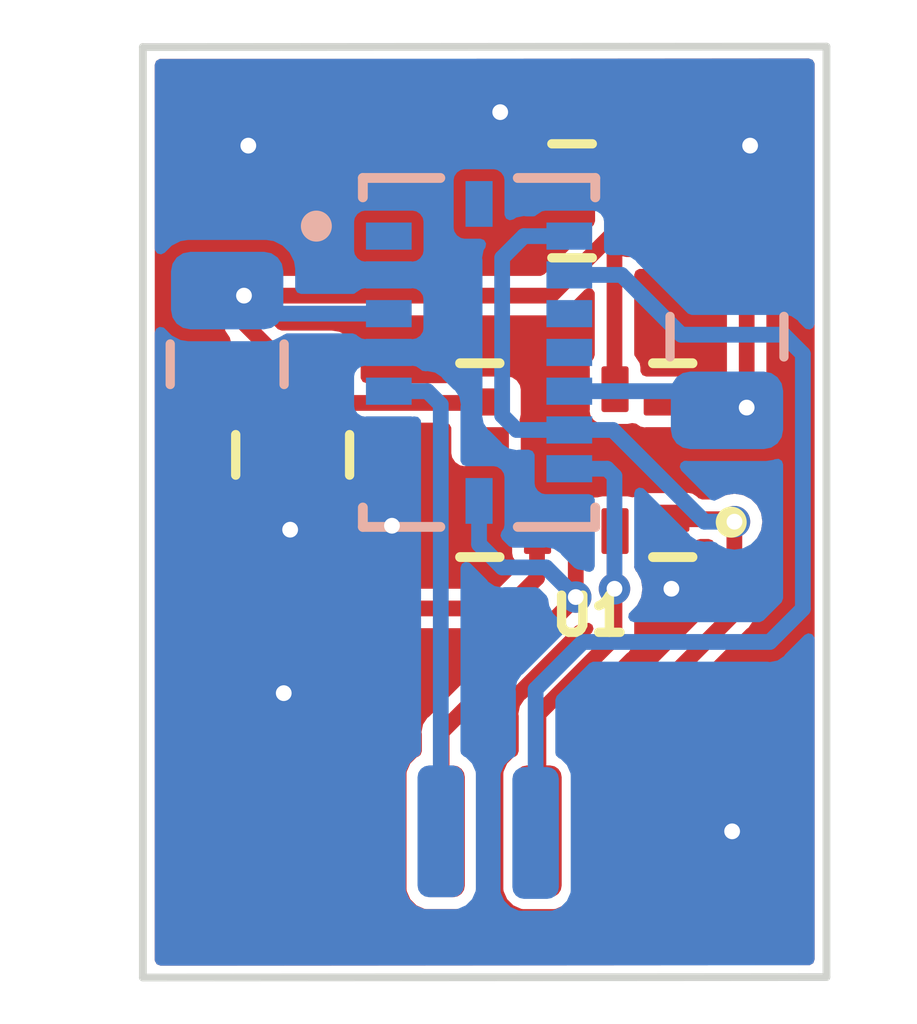
<source format=kicad_pcb>
(kicad_pcb (version 20221018) (generator pcbnew)
  (title_block (date "2023-06-14"))
  (layers (0 "F.Cu" signal) (31 "B.Cu" signal) (34 "B.Paste" user) (35 "F.Paste" user) (36 "B.SilkS" user "B.Silkscreen") (37 "F.SilkS" user "F.Silkscreen") (38 "B.Mask" user) (39 "F.Mask" user) (44 "Edge.Cuts" user))
  (net 0 "")
  (net 1 "+3.3V")
  (net 2 "GND")
  (net 3 "/spi_cs")
  (net 4 "/spi_clk")
  (net 5 "/spi_mosi")
  (net 6 "/spi_miso")
  (net 12 "/IO1")
  (net 14 "/IO2")
  (footprint "Capacitor_SMD:C_0805_2012Metric" (layer "F.Cu") (at 50.661 55.474 -90)
    (fp_text reference "C1" hide)
    (fp_text value "0.1uF")
    (fp_line (start -0.261252 -0.735) (end 0.261252 -0.735) (stroke (width 0.12)) (layer "F.SilkS"))
    (fp_line (start -0.261252 0.735) (end 0.261252 0.735) (stroke (width 0.12)) (layer "F.SilkS"))
    (pad "1" smd roundrect (at -0.95 0 270) (size 1 1.45) (layers "F.Cu" "F.Paste" "F.Mask") (net 1 "+3.3V"))
    (pad "2" smd roundrect (at 0.95 0 270) (size 1 1.45) (layers "F.Cu" "F.Paste" "F.Mask") (net 2 "GND"))
  )
  (footprint "ICM-42688-P:ICM-42688-P" (layer "F.Cu") (at 54.322 55.542 180)
    (fp_text reference "U1" (at -0.176 -2.0048) (layer "F.SilkS") (effects (font (size 0.48 0.48))))
    (fp_text value "ICM-42688-P")
    (fp_line (start -1.5 -1.25) (end -0.99 -1.25) (stroke (width 0.127)) (layer "F.SilkS"))
    (fp_line (start -1.5 1.25) (end -0.99 1.25) (stroke (width 0.127)) (layer "F.SilkS"))
    (fp_line (start 0.99 -1.25) (end 1.5 -1.25) (stroke (width 0.127)) (layer "F.SilkS"))
    (fp_line (start 1.5 1.25) (end 0.99 1.25) (stroke (width 0.127)) (layer "F.SilkS"))
    (fp_circle (center -2 -0.8) (end -1.9 -0.8) (stroke (width 0.2)) (fill none) (layer "F.SilkS"))
    (pad "1" smd roundrect (at -1.165 -0.75 180) (size 0.59 0.35) (layers "F.Cu" "F.Paste") (roundrect_rratio 0.09) (net 6 "/spi_miso"))
    (pad "2" smd roundrect (at -1.165 -0.25 180) (size 0.59 0.35) (layers "F.Cu" "F.Paste") (roundrect_rratio 0.09) (net 2 "GND"))
    (pad "3" smd roundrect (at -1.165 0.25 180) (size 0.59 0.35) (layers "F.Cu" "F.Paste") (roundrect_rratio 0.09) (net 2 "GND"))
    (pad "4" smd roundrect (at -1.165 0.75 180) (size 0.59 0.35) (layers "F.Cu" "F.Paste") (roundrect_rratio 0.09))
    (pad "5" smd roundrect (at -0.5 0.915 270) (size 0.59 0.35) (layers "F.Cu" "F.Paste") (roundrect_rratio 0.09) (net 1 "+3.3V"))
    (pad "6" smd roundrect (at 0 0.915 270) (size 0.59 0.35) (layers "F.Cu" "F.Paste") (roundrect_rratio 0.09) (net 2 "GND"))
    (pad "7" smd roundrect (at 0.5 0.915 270) (size 0.59 0.35) (layers "F.Cu" "F.Paste") (roundrect_rratio 0.09) (net 2 "GND"))
    (pad "8" smd roundrect (at 1.165 0.75) (size 0.59 0.35) (layers "F.Cu" "F.Paste") (roundrect_rratio 0.09) (net 1 "+3.3V"))
    (pad "9" smd roundrect (at 1.165 0.25) (size 0.59 0.35) (layers "F.Cu" "F.Paste") (roundrect_rratio 0.09))
    (pad "10" smd roundrect (at 1.165 -0.25) (size 0.59 0.35) (layers "F.Cu" "F.Paste") (roundrect_rratio 0.09) (net 2 "GND"))
    (pad "11" smd roundrect (at 1.165 -0.75) (size 0.59 0.35) (layers "F.Cu" "F.Paste") (roundrect_rratio 0.09) (net 2 "GND"))
    (pad "12" smd roundrect (at 0.5 -0.915 90) (size 0.59 0.35) (layers "F.Cu" "F.Paste") (roundrect_rratio 0.09) (net 3 "/spi_cs"))
    (pad "13" smd roundrect (at 0 -0.915 90) (size 0.59 0.35) (layers "F.Cu" "F.Paste") (roundrect_rratio 0.09) (net 4 "/spi_clk"))
    (pad "14" smd roundrect (at -0.5 -0.915 90) (size 0.59 0.35) (layers "F.Cu" "F.Paste") (roundrect_rratio 0.09) (net 5 "/spi_mosi"))
  )
  (footprint "" (layer "F.Cu") (at 53.8336 60.3292)
    (fp_text reference "" (at 0 0) (layer "F.SilkS") (effects (font (size 1.27 1.27))))
    (fp_text value "" (at 0 0) (layer "F.SilkS") (effects (font (size 1.27 1.27))))
    (pad "4" smd roundrect (at 0 0) (size 0.6 1.7) (layers "F.Cu" "F.Paste" "F.Mask") (net 5 "/spi_mosi"))
  )
  (footprint "" (layer "F.Cu") (at 50.0836 60.3292)
    (fp_text reference "" (at 0 0) (layer "F.SilkS") (effects (font (size 1.27 1.27))))
    (fp_text value "" (at 0 0) (layer "F.SilkS") (effects (font (size 1.27 1.27))))
    (pad "1" smd roundrect (at 0 0) (size 0.6 1.7) (layers "F.Cu" "F.Paste" "F.Mask") (net 1 "+3.3V"))
  )
  (footprint "" (layer "F.Cu") (at 51.3336 60.3292)
    (fp_text reference "" (at 0 0) (layer "F.SilkS") (effects (font (size 1.27 1.27))))
    (fp_text value "" (at 0 0) (layer "F.SilkS") (effects (font (size 1.27 1.27))))
    (pad "2" smd roundrect (at 0 0) (size 0.6 1.7) (layers "F.Cu" "F.Paste" "F.Mask") (net 3 "/spi_cs"))
  )
  (footprint "" (layer "F.Cu") (at 52.5836 60.3292)
    (fp_text reference "" (at 0 0) (layer "F.SilkS") (effects (font (size 1.27 1.27))))
    (fp_text value "" (at 0 0) (layer "F.SilkS") (effects (font (size 1.27 1.27))))
    (pad "3" smd roundrect (at 0 0) (size 0.6 1.7) (layers "F.Cu" "F.Paste" "F.Mask") (net 4 "/spi_clk"))
  )
  (footprint "" (layer "F.Cu") (at 55.0836 60.3292)
    (fp_text reference "" (at 0 0) (layer "F.SilkS") (effects (font (size 1.27 1.27))))
    (fp_text value "" (at 0 0) (layer "F.SilkS") (effects (font (size 1.27 1.27))))
    (pad "5" smd roundrect (at 0 0) (size 0.6 1.7) (layers "F.Cu" "F.Paste" "F.Mask") (net 6 "/spi_miso"))
  )
  (footprint "Capacitor_SMD:C_0805_2012Metric" (layer "F.Cu") (at 54.2678 52.1974 180)
    (fp_text reference "C2" hide)
    (fp_text value "0.1uF")
    (fp_line (start -0.261252 -0.735) (end 0.261252 -0.735) (stroke (width 0.12)) (layer "F.SilkS"))
    (fp_line (start -0.261252 0.735) (end 0.261252 0.735) (stroke (width 0.12)) (layer "F.SilkS"))
    (pad "1" smd roundrect (at -0.95 0 180) (size 1 1.45) (layers "F.Cu" "F.Paste" "F.Mask") (net 1 "+3.3V"))
    (pad "2" smd roundrect (at 0.95 0 180) (size 1 1.45) (layers "F.Cu" "F.Paste" "F.Mask") (net 2 "GND"))
  )
  (footprint "" (layer "F.Cu") (at 56.3336 60.3292)
    (fp_text reference "" (at 0 0) (layer "F.SilkS") (effects (font (size 1.27 1.27))))
    (fp_text value "" (at 0 0) (layer "F.SilkS") (effects (font (size 1.27 1.27))))
    (pad "6" smd roundrect (at 0 0) (size 0.6 1.7) (layers "F.Cu" "F.Paste" "F.Mask") (net 2 "GND"))
  )
  (footprint "" (layer "B.Cu") (at 53.7972 60.3504 180)
    (fp_text reference "" (at 0 0) (layer "B.SilkS") (effects (font (size 1.27 1.27)) (justify mirror)))
    (fp_text value "" (at 0 0) (layer "B.SilkS") (effects (font (size 1.27 1.27)) (justify mirror)))
    (pad "3" smd roundrect (at 0 0 180) (size 0.6 1.7) (layers "B.Cu" "B.Paste" "B.Mask") (net 14 "/IO2"))
  )
  (footprint "Capacitor_SMD:C_0805_2012Metric" (layer "B.Cu") (at 49.8158 54.3052 -90)
    (fp_text reference "C3" hide)
    (fp_text value "0.1uF")
    (fp_line (start -0.261252 -0.735) (end 0.261252 -0.735) (stroke (width 0.12)) (layer "B.SilkS"))
    (fp_line (start -0.261252 0.735) (end 0.261252 0.735) (stroke (width 0.12)) (layer "B.SilkS"))
    (pad "1" smd roundrect (at -0.95 0 270) (size 1 1.45) (layers "B.Cu" "B.Paste" "B.Mask") (net 1 "+3.3V"))
    (pad "2" smd roundrect (at 0.95 0 270) (size 1 1.45) (layers "B.Cu" "B.Paste" "B.Mask") (net 2 "GND"))
  )
  (footprint "" (layer "B.Cu") (at 52.5728 60.3292 180)
    (fp_text reference "" (at 0 0) (layer "B.SilkS") (effects (font (size 1.27 1.27)) (justify mirror)))
    (fp_text value "" (at 0 0) (layer "B.SilkS") (effects (font (size 1.27 1.27)) (justify mirror)))
    (pad "2" smd roundrect (at 0 0 180) (size 0.6 1.7) (layers "B.Cu" "B.Paste" "B.Mask") (net 12 "/IO1"))
  )
  (footprint "Capacitor_SMD:C_0805_2012Metric" (layer "B.Cu") (at 56.2674 53.9496 90)
    (fp_text reference "C4" hide)
    (fp_text value "0.1uF")
    (fp_line (start -0.261252 -0.735) (end 0.261252 -0.735) (stroke (width 0.12)) (layer "B.SilkS"))
    (fp_line (start -0.261252 0.735) (end 0.261252 0.735) (stroke (width 0.12)) (layer "B.SilkS"))
    (pad "1" smd roundrect (at -0.95 0 90) (size 1 1.45) (layers "B.Cu" "B.Paste" "B.Mask") (net 1 "+3.3V"))
    (pad "2" smd roundrect (at 0.95 0 90) (size 1 1.45) (layers "B.Cu" "B.Paste" "B.Mask") (net 2 "GND"))
  )
  (footprint "BMI088:PQFN50P450X300X100-16N" (layer "B.Cu") (at 53.067 54.1528 -90)
    (fp_text reference "U2" hide)
    (fp_text value "BMI088")
    (fp_line (start -2.25 -1.5) (end -2.25 -0.5) (stroke (width 0.127)) (layer "B.SilkS"))
    (fp_line (start -2.25 0.5) (end -2.25 1.5) (stroke (width 0.127)) (layer "B.SilkS"))
    (fp_line (start -2.25 1.5) (end -2 1.5) (stroke (width 0.127)) (layer "B.SilkS"))
    (fp_line (start -2 -1.5) (end -2.25 -1.5) (stroke (width 0.127)) (layer "B.SilkS"))
    (fp_line (start 2.25 -1.5) (end 2 -1.5) (stroke (width 0.127)) (layer "B.SilkS"))
    (fp_line (start 2.25 -0.5) (end 2.25 -1.5) (stroke (width 0.127)) (layer "B.SilkS"))
    (fp_line (start 2.25 0.5) (end 2.25 1.5) (stroke (width 0.127)) (layer "B.SilkS"))
    (fp_line (start 2.25 1.5) (end 2 1.5) (stroke (width 0.127)) (layer "B.SilkS"))
    (fp_circle (center -1.629 2.1) (end -1.529 2.1) (stroke (width 0.2)) (fill none) (layer "B.SilkS"))
    (pad "1" smd rect (at -1.5 1.165) (size 0.59 0.35) (layers "B.Cu" "B.Paste" "B.Mask"))
    (pad "2" smd rect (at -1 1.165) (size 0.59 0.35) (layers "B.Cu" "B.Paste" "B.Mask") (net 2 "GND"))
    (pad "3" smd rect (at -0.5 1.165) (size 0.59 0.35) (layers "B.Cu" "B.Paste" "B.Mask") (net 1 "+3.3V"))
    (pad "4" smd rect (at 0 1.165) (size 0.59 0.35) (layers "B.Cu" "B.Paste" "B.Mask") (net 2 "GND"))
    (pad "5" smd rect (at 0.5 1.165) (size 0.59 0.35) (layers "B.Cu" "B.Paste" "B.Mask") (net 12 "/IO1"))
    (pad "6" smd rect (at 1 1.165) (size 0.59 0.35) (layers "B.Cu" "B.Paste" "B.Mask") (net 2 "GND"))
    (pad "7" smd rect (at 1.5 1.165) (size 0.59 0.35) (layers "B.Cu" "B.Paste" "B.Mask") (net 2 "GND"))
    (pad "8" smd rect (at 1.915 0 90) (size 0.59 0.35) (layers "B.Cu" "B.Paste" "B.Mask") (net 4 "/spi_clk"))
    (pad "9" smd rect (at 1.5 -1.165 180) (size 0.59 0.35) (layers "B.Cu" "B.Paste" "B.Mask") (net 5 "/spi_mosi"))
    (pad "10" smd rect (at 1 -1.165 180) (size 0.59 0.35) (layers "B.Cu" "B.Paste" "B.Mask") (net 6 "/spi_miso"))
    (pad "11" smd rect (at 0.5 -1.165 180) (size 0.59 0.35) (layers "B.Cu" "B.Paste" "B.Mask") (net 1 "+3.3V"))
    (pad "12" smd rect (at 0 -1.165 180) (size 0.59 0.35) (layers "B.Cu" "B.Paste" "B.Mask"))
    (pad "13" smd rect (at -0.5 -1.165 180) (size 0.59 0.35) (layers "B.Cu" "B.Paste" "B.Mask"))
    (pad "14" smd rect (at -1 -1.165 180) (size 0.59 0.35) (layers "B.Cu" "B.Paste" "B.Mask") (net 14 "/IO2"))
    (pad "15" smd rect (at -1.5 -1.165 180) (size 0.59 0.35) (layers "B.Cu" "B.Paste" "B.Mask") (net 6 "/spi_miso"))
    (pad "16" smd rect (at -1.915 0 270) (size 0.59 0.35) (layers "B.Cu" "B.Paste" "B.Mask"))
  )
  (gr_line locked (start 48.728 62.2144) (end 57.5512 62.2088) (stroke (width 0.1)) (layer "Edge.Cuts"))
  (gr_line locked (start 48.728 50.2144) (end 48.728 62.2144) (stroke (width 0.1)) (layer "Edge.Cuts"))
  (gr_line locked (start 57.5512 62.2088) (end 57.5512 50.2088) (stroke (width 0.1)) (layer "Edge.Cuts"))
  (gr_line locked (start 57.5512 50.2088) (end 48.728 50.2144) (stroke (width 0.1)) (layer "Edge.Cuts"))
  (segment (start 53.9948 53.4204) (end 55.2178 52.1974) (width 0.2032) (layer "F.Cu") (net 1))
  (segment (start 50.661 54.4042) (end 50.661 54.524) (width 0.2032) (layer "F.Cu") (net 1))
  (segment (start 54.8152 52.6) (end 55.2178 52.1974) (width 0.2032) (layer "F.Cu") (net 1))
  (segment (start 50.0328 53.4204) (end 50.0328 53.776) (width 0.2032) (layer "F.Cu") (net 1))
  (segment (start 55.2178 52.1974) (end 56.5214 53.501) (width 0.2032) (layer "F.Cu") (net 1))
  (segment (start 53.1502 54.8042) (end 50.9412 54.8042) (width 0.2032) (layer "F.Cu") (net 1))
  (segment (start 50.0836 60.3292) (end 49.6566 59.9022) (width 0.254) (layer "F.Cu") (net 1))
  (segment (start 49.6566 59.9022) (end 49.6566 55.5284) (width 0.254) (layer "F.Cu") (net 1))
  (segment (start 50.9412 54.8042) (end 50.661 54.524) (width 0.2032) (layer "F.Cu") (net 1))
  (segment (start 54.8152 54.6392) (end 54.8152 52.6) (width 0.2032) (layer "F.Cu") (net 1))
  (segment (start 56.5214 53.501) (end 56.5214 54.864) (width 0.2032) (layer "F.Cu") (net 1))
  (segment (start 50.0328 53.4204) (end 53.9948 53.4204) (width 0.2032) (layer "F.Cu") (net 1))
  (segment (start 50.0328 53.776) (end 50.661 54.4042) (width 0.2032) (layer "F.Cu") (net 1))
  (segment (start 49.6566 55.5284) (end 50.661 54.524) (width 0.254) (layer "F.Cu") (net 1))
  (via (at 50.0328 53.4204) (size 0.4064) (drill 0.2032) (layers "F.Cu" "B.Cu") (net 1))
  (via (at 56.5214 54.864) (size 0.4064) (drill 0.2032) (layers "F.Cu" "B.Cu") (net 1))
  (segment (start 56.0206 54.6528) (end 56.2674 54.8996) (width 0.2032) (layer "B.Cu") (net 1))
  (segment (start 50.1134 53.6528) (end 51.902 53.6528) (width 0.2032) (layer "B.Cu") (net 1))
  (segment (start 54.232 54.6528) (end 56.0206 54.6528) (width 0.2032) (layer "B.Cu") (net 1))
  (segment (start 49.8158 53.3552) (end 50.1134 53.6528) (width 0.2032) (layer "B.Cu") (net 1))
  (segment (start 53.1502 55.8042) (end 53.1502 56.3042) (width 0.2032) (layer "F.Cu") (net 2))
  (segment (start 55.4802 55.3042) (end 55.4802 55.8042) (width 0.2032) (layer "F.Cu") (net 2))
  (segment (start 53.8152 54.6392) (end 54.3152 54.6392) (width 0.2032) (layer "F.Cu") (net 2))
  (via (at 53.34 51.054) (size 0.4064) (drill 0.2032) (layers "F.Cu" "B.Cu") (net 2))
  (via (at 51.943 56.388) (size 0.4064) (drill 0.2032) (layers "F.Cu" "B.Cu") (net 2))
  (via (at 50.546 58.547) (size 0.4064) (drill 0.2032) (layers "F.Cu" "B.Cu") (net 2))
  (via (at 50.6286 56.4388) (size 0.4064) (drill 0.2032) (layers "F.Cu" "B.Cu") (net 2))
  (via (at 56.3336 60.3292) (size 0.4064) (drill 0.2032) (layers "F.Cu" "B.Cu") (net 2))
  (via (at 55.5498 57.2008) (size 0.4064) (drill 0.2032) (layers "F.Cu" "B.Cu") (net 2))
  (via (at 56.5658 51.4858) (size 0.4064) (drill 0.2032) (layers "F.Cu" "B.Cu") (net 2))
  (via (at 50.0888 51.4858) (size 0.4064) (drill 0.2032) (layers "F.Cu" "B.Cu") (net 2))
  (segment (start 51.3238 55.1528) (end 51.1874 55.0164) (width 0.2032) (layer "B.Cu") (net 2))
  (segment (start 51.902 55.1528) (end 51.3238 55.1528) (width 0.2032) (layer "B.Cu") (net 2))
  (segment (start 51.1874 55.0164) (end 51.1874 54.3692) (width 0.2032) (layer "B.Cu") (net 2))
  (segment (start 52.4002 53.1528) (end 52.451 53.2036) (width 0.2032) (layer "B.Cu") (net 2))
  (segment (start 51.4038 54.1528) (end 51.902 54.1528) (width 0.2032) (layer "B.Cu") (net 2))
  (segment (start 51.902 55.1528) (end 51.902 55.6528) (width 0.2032) (layer "B.Cu") (net 2))
  (segment (start 51.1874 54.3692) (end 51.4038 54.1528) (width 0.2032) (layer "B.Cu") (net 2))
  (segment (start 52.451 54.102) (end 52.4002 54.1528) (width 0.2032) (layer "B.Cu") (net 2))
  (segment (start 51.902 53.1528) (end 52.4002 53.1528) (width 0.2032) (layer "B.Cu") (net 2))
  (segment (start 52.451 53.2036) (end 52.451 54.102) (width 0.2032) (layer "B.Cu") (net 2))
  (segment (start 52.4002 54.1528) (end 51.902 54.1528) (width 0.2032) (layer "B.Cu") (net 2))
  (segment (start 51.3336 60.3292) (end 51.3336 57.9734) (width 0.2032) (layer "F.Cu") (net 3))
  (segment (start 53.4226 57.4548) (end 53.8152 57.0622) (width 0.2032) (layer "F.Cu") (net 3))
  (segment (start 51.3336 57.9734) (end 51.8522 57.4548) (width 0.2032) (layer "F.Cu") (net 3))
  (segment (start 53.8152 57.0622) (end 53.8152 56.4692) (width 0.2032) (layer "F.Cu") (net 3))
  (segment (start 53.142919 57.4548) (end 53.4226 57.4548) (width 0.2032) (layer "F.Cu") (net 3))
  (segment (start 53.142919 57.4548) (end 51.8522 57.4548) (width 0.2032) (layer "F.Cu") (net 3))
  (segment (start 54.3152 57.3076) (end 54.3152 57.3178) (width 0.2032) (layer "F.Cu") (net 4))
  (segment (start 54.3152 57.3178) (end 52.5836 59.0494) (width 0.2032) (layer "F.Cu") (net 4))
  (segment (start 54.3152 56.4692) (end 54.3152 57.3076) (width 0.2032) (layer "F.Cu") (net 4))
  (segment (start 52.5836 59.0494) (end 52.5836 60.3292) (width 0.2032) (layer "F.Cu") (net 4))
  (via (at 54.3152 57.3076) (size 0.4064) (drill 0.2032) (layers "F.Cu" "B.Cu") (net 4))
  (segment (start 53.3666 56.9256) (end 53.067 56.626) (width 0.2032) (layer "B.Cu") (net 4))
  (segment (start 54.3152 57.3076) (end 53.9332 56.9256) (width 0.2032) (layer "B.Cu") (net 4))
  (segment (start 53.067 56.626) (end 53.067 56.0678) (width 0.2032) (layer "B.Cu") (net 4))
  (segment (start 53.9332 56.9256) (end 53.3666 56.9256) (width 0.2032) (layer "B.Cu") (net 4))
  (segment (start 54.8152 57.8338) (end 54.8152 56.4692) (width 0.2032) (layer "F.Cu") (net 5))
  (segment (start 53.8336 58.8154) (end 54.8152 57.8338) (width 0.2032) (layer "F.Cu") (net 5))
  (segment (start 53.8336 60.3292) (end 53.8336 58.8154) (width 0.2032) (layer "F.Cu") (net 5))
  (via (at 54.8152 57.2008) (size 0.4064) (drill 0.2032) (layers "F.Cu" "B.Cu") (net 5))
  (segment (start 54.7194 55.6528) (end 54.232 55.6528) (width 0.2032) (layer "B.Cu") (net 5))
  (segment (start 54.8152 55.7486) (end 54.7194 55.6528) (width 0.2032) (layer "B.Cu") (net 5))
  (segment (start 54.8152 57.2008) (end 54.8152 55.7486) (width 0.2032) (layer "B.Cu") (net 5))
  (segment (start 55.0836 58.7966) (end 55.0836 60.3292) (width 0.2032) (layer "F.Cu") (net 6))
  (segment (start 56.3626 57.5176) (end 55.0836 58.7966) (width 0.2032) (layer "F.Cu") (net 6))
  (segment (start 55.4802 56.3042) (end 56.332257 56.3042) (width 0.2032) (layer "F.Cu") (net 6))
  (segment (start 56.332257 56.3042) (end 56.4014 56.373343) (width 0.2032) (layer "F.Cu") (net 6))
  (segment (start 56.4014 56.373343) (end 56.3638 56.335743) (width 0.2032) (layer "F.Cu") (net 6))
  (segment (start 56.3626 56.412143) (end 56.3626 57.5176) (width 0.2032) (layer "F.Cu") (net 6))
  (segment (start 56.4014 56.373343) (end 56.3626 56.412143) (width 0.2032) (layer "F.Cu") (net 6))
  (via (at 56.3638 56.335743) (size 0.4064) (drill 0.2032) (layers "F.Cu" "B.Cu") (net 6))
  (segment (start 53.3654 54.9656) (end 53.5526 55.1528) (width 0.2032) (layer "B.Cu") (net 6))
  (segment (start 54.232 55.1528) (end 54.7942 55.1528) (width 0.2032) (layer "B.Cu") (net 6))
  (segment (start 55.977143 56.335743) (end 56.3638 56.335743) (width 0.2032) (layer "B.Cu") (net 6))
  (segment (start 54.232 52.6528) (end 53.6462 52.6528) (width 0.2032) (layer "B.Cu") (net 6))
  (segment (start 54.7942 55.1528) (end 55.977143 56.335743) (width 0.2032) (layer "B.Cu") (net 6))
  (segment (start 53.5526 55.1528) (end 54.232 55.1528) (width 0.2032) (layer "B.Cu") (net 6))
  (segment (start 53.3654 52.9336) (end 53.3654 54.9656) (width 0.2032) (layer "B.Cu") (net 6))
  (segment (start 53.6462 52.6528) (end 53.3654 52.9336) (width 0.2032) (layer "B.Cu") (net 6))
  (segment (start 52.5728 54.8254) (end 52.5728 60.3292) (width 0.2032) (layer "B.Cu") (net 12))
  (segment (start 52.4002 54.6528) (end 52.5728 54.8254) (width 0.2032) (layer "B.Cu") (net 12))
  (segment (start 51.902 54.6528) (end 52.4002 54.6528) (width 0.2032) (layer "B.Cu") (net 12))
  (segment (start 55.6768 53.9242) (end 56.9976 53.9242) (width 0.2032) (layer "B.Cu") (net 14))
  (segment (start 54.232 53.1528) (end 54.9054 53.1528) (width 0.2032) (layer "B.Cu") (net 14))
  (segment (start 56.8198 57.8866) (end 54.4068 57.8866) (width 0.2032) (layer "B.Cu") (net 14))
  (segment (start 56.9976 53.9242) (end 57.2464 54.173) (width 0.2032) (layer "B.Cu") (net 14))
  (segment (start 53.7972 58.4962) (end 53.7972 60.3504) (width 0.2032) (layer "B.Cu") (net 14))
  (segment (start 54.9054 53.1528) (end 55.6768 53.9242) (width 0.2032) (layer "B.Cu") (net 14))
  (segment (start 57.2464 54.173) (end 57.2464 57.46) (width 0.2032) (layer "B.Cu") (net 14))
  (segment (start 54.4068 57.8866) (end 53.7972 58.4962) (width 0.2032) (layer "B.Cu") (net 14))
  (segment (start 57.2464 57.46) (end 56.8198 57.8866) (width 0.2032) (layer "B.Cu") (net 14))
  (zone (net 2) (net_name "GND") (layers "F&B.Cu") (connect_pads yes (clearance 0.1524)) (min_thickness 0.1524) (fill yes (thermal_gap 0.254) (thermal_bridge_width 0.254) (smoothing fillet) (radius 0.127))
    (polygon (pts (xy 47.241066 49.607669) (xy 47.190266 62.764869) (xy 58.721866 62.815669) (xy 58.620266 49.658469)))
  )
)
</source>
